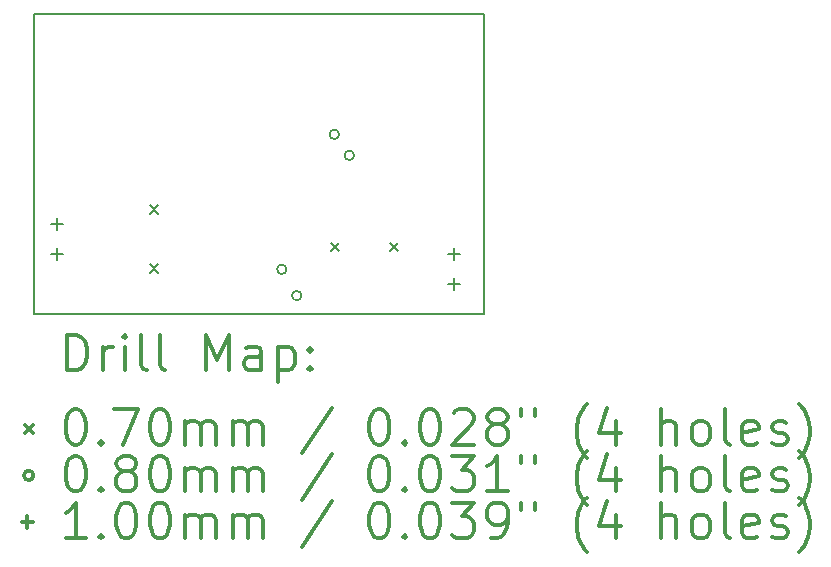
<source format=gbr>
%FSLAX45Y45*%
G04 Gerber Fmt 4.5, Leading zero omitted, Abs format (unit mm)*
G04 Created by KiCad (PCBNEW (5.0.0)) date 09/01/18 15:30:58*
%MOMM*%
%LPD*%
G01*
G04 APERTURE LIST*
%ADD10C,0.150000*%
%ADD11C,0.200000*%
%ADD12C,0.300000*%
G04 APERTURE END LIST*
D10*
X12509500Y-4508500D02*
X12509500Y-7048500D01*
X8699500Y-4508500D02*
X12509500Y-4508500D01*
X8699500Y-7048500D02*
X8699500Y-4508500D01*
X12509500Y-7048500D02*
X8699500Y-7048500D01*
D11*
X9680500Y-6124500D02*
X9750500Y-6194500D01*
X9750500Y-6124500D02*
X9680500Y-6194500D01*
X9680500Y-6624500D02*
X9750500Y-6694500D01*
X9750500Y-6624500D02*
X9680500Y-6694500D01*
X11212500Y-6442000D02*
X11282500Y-6512000D01*
X11282500Y-6442000D02*
X11212500Y-6512000D01*
X11712500Y-6442000D02*
X11782500Y-6512000D01*
X11782500Y-6442000D02*
X11712500Y-6512000D01*
X10835000Y-6667500D02*
G75*
G03X10835000Y-6667500I-40000J0D01*
G01*
X10962000Y-6889500D02*
G75*
G03X10962000Y-6889500I-40000J0D01*
G01*
X11279500Y-5524500D02*
G75*
G03X11279500Y-5524500I-40000J0D01*
G01*
X11406500Y-5702300D02*
G75*
G03X11406500Y-5702300I-40000J0D01*
G01*
X12255500Y-6490500D02*
X12255500Y-6590500D01*
X12205500Y-6540500D02*
X12305500Y-6540500D01*
X12255500Y-6744500D02*
X12255500Y-6844500D01*
X12205500Y-6794500D02*
X12305500Y-6794500D01*
X8890000Y-6236500D02*
X8890000Y-6336500D01*
X8840000Y-6286500D02*
X8940000Y-6286500D01*
X8890000Y-6490500D02*
X8890000Y-6590500D01*
X8840000Y-6540500D02*
X8940000Y-6540500D01*
D12*
X8978428Y-7521714D02*
X8978428Y-7221714D01*
X9049857Y-7221714D01*
X9092714Y-7236000D01*
X9121286Y-7264571D01*
X9135571Y-7293143D01*
X9149857Y-7350286D01*
X9149857Y-7393143D01*
X9135571Y-7450286D01*
X9121286Y-7478857D01*
X9092714Y-7507429D01*
X9049857Y-7521714D01*
X8978428Y-7521714D01*
X9278428Y-7521714D02*
X9278428Y-7321714D01*
X9278428Y-7378857D02*
X9292714Y-7350286D01*
X9307000Y-7336000D01*
X9335571Y-7321714D01*
X9364143Y-7321714D01*
X9464143Y-7521714D02*
X9464143Y-7321714D01*
X9464143Y-7221714D02*
X9449857Y-7236000D01*
X9464143Y-7250286D01*
X9478428Y-7236000D01*
X9464143Y-7221714D01*
X9464143Y-7250286D01*
X9649857Y-7521714D02*
X9621286Y-7507429D01*
X9607000Y-7478857D01*
X9607000Y-7221714D01*
X9807000Y-7521714D02*
X9778428Y-7507429D01*
X9764143Y-7478857D01*
X9764143Y-7221714D01*
X10149857Y-7521714D02*
X10149857Y-7221714D01*
X10249857Y-7436000D01*
X10349857Y-7221714D01*
X10349857Y-7521714D01*
X10621286Y-7521714D02*
X10621286Y-7364571D01*
X10607000Y-7336000D01*
X10578428Y-7321714D01*
X10521286Y-7321714D01*
X10492714Y-7336000D01*
X10621286Y-7507429D02*
X10592714Y-7521714D01*
X10521286Y-7521714D01*
X10492714Y-7507429D01*
X10478428Y-7478857D01*
X10478428Y-7450286D01*
X10492714Y-7421714D01*
X10521286Y-7407429D01*
X10592714Y-7407429D01*
X10621286Y-7393143D01*
X10764143Y-7321714D02*
X10764143Y-7621714D01*
X10764143Y-7336000D02*
X10792714Y-7321714D01*
X10849857Y-7321714D01*
X10878428Y-7336000D01*
X10892714Y-7350286D01*
X10907000Y-7378857D01*
X10907000Y-7464571D01*
X10892714Y-7493143D01*
X10878428Y-7507429D01*
X10849857Y-7521714D01*
X10792714Y-7521714D01*
X10764143Y-7507429D01*
X11035571Y-7493143D02*
X11049857Y-7507429D01*
X11035571Y-7521714D01*
X11021286Y-7507429D01*
X11035571Y-7493143D01*
X11035571Y-7521714D01*
X11035571Y-7336000D02*
X11049857Y-7350286D01*
X11035571Y-7364571D01*
X11021286Y-7350286D01*
X11035571Y-7336000D01*
X11035571Y-7364571D01*
X8622000Y-7981000D02*
X8692000Y-8051000D01*
X8692000Y-7981000D02*
X8622000Y-8051000D01*
X9035571Y-7851714D02*
X9064143Y-7851714D01*
X9092714Y-7866000D01*
X9107000Y-7880286D01*
X9121286Y-7908857D01*
X9135571Y-7966000D01*
X9135571Y-8037429D01*
X9121286Y-8094571D01*
X9107000Y-8123143D01*
X9092714Y-8137429D01*
X9064143Y-8151714D01*
X9035571Y-8151714D01*
X9007000Y-8137429D01*
X8992714Y-8123143D01*
X8978428Y-8094571D01*
X8964143Y-8037429D01*
X8964143Y-7966000D01*
X8978428Y-7908857D01*
X8992714Y-7880286D01*
X9007000Y-7866000D01*
X9035571Y-7851714D01*
X9264143Y-8123143D02*
X9278428Y-8137429D01*
X9264143Y-8151714D01*
X9249857Y-8137429D01*
X9264143Y-8123143D01*
X9264143Y-8151714D01*
X9378428Y-7851714D02*
X9578428Y-7851714D01*
X9449857Y-8151714D01*
X9749857Y-7851714D02*
X9778428Y-7851714D01*
X9807000Y-7866000D01*
X9821286Y-7880286D01*
X9835571Y-7908857D01*
X9849857Y-7966000D01*
X9849857Y-8037429D01*
X9835571Y-8094571D01*
X9821286Y-8123143D01*
X9807000Y-8137429D01*
X9778428Y-8151714D01*
X9749857Y-8151714D01*
X9721286Y-8137429D01*
X9707000Y-8123143D01*
X9692714Y-8094571D01*
X9678428Y-8037429D01*
X9678428Y-7966000D01*
X9692714Y-7908857D01*
X9707000Y-7880286D01*
X9721286Y-7866000D01*
X9749857Y-7851714D01*
X9978428Y-8151714D02*
X9978428Y-7951714D01*
X9978428Y-7980286D02*
X9992714Y-7966000D01*
X10021286Y-7951714D01*
X10064143Y-7951714D01*
X10092714Y-7966000D01*
X10107000Y-7994571D01*
X10107000Y-8151714D01*
X10107000Y-7994571D02*
X10121286Y-7966000D01*
X10149857Y-7951714D01*
X10192714Y-7951714D01*
X10221286Y-7966000D01*
X10235571Y-7994571D01*
X10235571Y-8151714D01*
X10378428Y-8151714D02*
X10378428Y-7951714D01*
X10378428Y-7980286D02*
X10392714Y-7966000D01*
X10421286Y-7951714D01*
X10464143Y-7951714D01*
X10492714Y-7966000D01*
X10507000Y-7994571D01*
X10507000Y-8151714D01*
X10507000Y-7994571D02*
X10521286Y-7966000D01*
X10549857Y-7951714D01*
X10592714Y-7951714D01*
X10621286Y-7966000D01*
X10635571Y-7994571D01*
X10635571Y-8151714D01*
X11221286Y-7837429D02*
X10964143Y-8223143D01*
X11607000Y-7851714D02*
X11635571Y-7851714D01*
X11664143Y-7866000D01*
X11678428Y-7880286D01*
X11692714Y-7908857D01*
X11707000Y-7966000D01*
X11707000Y-8037429D01*
X11692714Y-8094571D01*
X11678428Y-8123143D01*
X11664143Y-8137429D01*
X11635571Y-8151714D01*
X11607000Y-8151714D01*
X11578428Y-8137429D01*
X11564143Y-8123143D01*
X11549857Y-8094571D01*
X11535571Y-8037429D01*
X11535571Y-7966000D01*
X11549857Y-7908857D01*
X11564143Y-7880286D01*
X11578428Y-7866000D01*
X11607000Y-7851714D01*
X11835571Y-8123143D02*
X11849857Y-8137429D01*
X11835571Y-8151714D01*
X11821286Y-8137429D01*
X11835571Y-8123143D01*
X11835571Y-8151714D01*
X12035571Y-7851714D02*
X12064143Y-7851714D01*
X12092714Y-7866000D01*
X12107000Y-7880286D01*
X12121286Y-7908857D01*
X12135571Y-7966000D01*
X12135571Y-8037429D01*
X12121286Y-8094571D01*
X12107000Y-8123143D01*
X12092714Y-8137429D01*
X12064143Y-8151714D01*
X12035571Y-8151714D01*
X12007000Y-8137429D01*
X11992714Y-8123143D01*
X11978428Y-8094571D01*
X11964143Y-8037429D01*
X11964143Y-7966000D01*
X11978428Y-7908857D01*
X11992714Y-7880286D01*
X12007000Y-7866000D01*
X12035571Y-7851714D01*
X12249857Y-7880286D02*
X12264143Y-7866000D01*
X12292714Y-7851714D01*
X12364143Y-7851714D01*
X12392714Y-7866000D01*
X12407000Y-7880286D01*
X12421286Y-7908857D01*
X12421286Y-7937429D01*
X12407000Y-7980286D01*
X12235571Y-8151714D01*
X12421286Y-8151714D01*
X12592714Y-7980286D02*
X12564143Y-7966000D01*
X12549857Y-7951714D01*
X12535571Y-7923143D01*
X12535571Y-7908857D01*
X12549857Y-7880286D01*
X12564143Y-7866000D01*
X12592714Y-7851714D01*
X12649857Y-7851714D01*
X12678428Y-7866000D01*
X12692714Y-7880286D01*
X12707000Y-7908857D01*
X12707000Y-7923143D01*
X12692714Y-7951714D01*
X12678428Y-7966000D01*
X12649857Y-7980286D01*
X12592714Y-7980286D01*
X12564143Y-7994571D01*
X12549857Y-8008857D01*
X12535571Y-8037429D01*
X12535571Y-8094571D01*
X12549857Y-8123143D01*
X12564143Y-8137429D01*
X12592714Y-8151714D01*
X12649857Y-8151714D01*
X12678428Y-8137429D01*
X12692714Y-8123143D01*
X12707000Y-8094571D01*
X12707000Y-8037429D01*
X12692714Y-8008857D01*
X12678428Y-7994571D01*
X12649857Y-7980286D01*
X12821286Y-7851714D02*
X12821286Y-7908857D01*
X12935571Y-7851714D02*
X12935571Y-7908857D01*
X13378428Y-8266000D02*
X13364143Y-8251714D01*
X13335571Y-8208857D01*
X13321286Y-8180286D01*
X13307000Y-8137429D01*
X13292714Y-8066000D01*
X13292714Y-8008857D01*
X13307000Y-7937429D01*
X13321286Y-7894571D01*
X13335571Y-7866000D01*
X13364143Y-7823143D01*
X13378428Y-7808857D01*
X13621286Y-7951714D02*
X13621286Y-8151714D01*
X13549857Y-7837429D02*
X13478428Y-8051714D01*
X13664143Y-8051714D01*
X14007000Y-8151714D02*
X14007000Y-7851714D01*
X14135571Y-8151714D02*
X14135571Y-7994571D01*
X14121286Y-7966000D01*
X14092714Y-7951714D01*
X14049857Y-7951714D01*
X14021286Y-7966000D01*
X14007000Y-7980286D01*
X14321286Y-8151714D02*
X14292714Y-8137429D01*
X14278428Y-8123143D01*
X14264143Y-8094571D01*
X14264143Y-8008857D01*
X14278428Y-7980286D01*
X14292714Y-7966000D01*
X14321286Y-7951714D01*
X14364143Y-7951714D01*
X14392714Y-7966000D01*
X14407000Y-7980286D01*
X14421286Y-8008857D01*
X14421286Y-8094571D01*
X14407000Y-8123143D01*
X14392714Y-8137429D01*
X14364143Y-8151714D01*
X14321286Y-8151714D01*
X14592714Y-8151714D02*
X14564143Y-8137429D01*
X14549857Y-8108857D01*
X14549857Y-7851714D01*
X14821286Y-8137429D02*
X14792714Y-8151714D01*
X14735571Y-8151714D01*
X14707000Y-8137429D01*
X14692714Y-8108857D01*
X14692714Y-7994571D01*
X14707000Y-7966000D01*
X14735571Y-7951714D01*
X14792714Y-7951714D01*
X14821286Y-7966000D01*
X14835571Y-7994571D01*
X14835571Y-8023143D01*
X14692714Y-8051714D01*
X14949857Y-8137429D02*
X14978428Y-8151714D01*
X15035571Y-8151714D01*
X15064143Y-8137429D01*
X15078428Y-8108857D01*
X15078428Y-8094571D01*
X15064143Y-8066000D01*
X15035571Y-8051714D01*
X14992714Y-8051714D01*
X14964143Y-8037429D01*
X14949857Y-8008857D01*
X14949857Y-7994571D01*
X14964143Y-7966000D01*
X14992714Y-7951714D01*
X15035571Y-7951714D01*
X15064143Y-7966000D01*
X15178428Y-8266000D02*
X15192714Y-8251714D01*
X15221286Y-8208857D01*
X15235571Y-8180286D01*
X15249857Y-8137429D01*
X15264143Y-8066000D01*
X15264143Y-8008857D01*
X15249857Y-7937429D01*
X15235571Y-7894571D01*
X15221286Y-7866000D01*
X15192714Y-7823143D01*
X15178428Y-7808857D01*
X8692000Y-8412000D02*
G75*
G03X8692000Y-8412000I-40000J0D01*
G01*
X9035571Y-8247714D02*
X9064143Y-8247714D01*
X9092714Y-8262000D01*
X9107000Y-8276286D01*
X9121286Y-8304857D01*
X9135571Y-8362000D01*
X9135571Y-8433429D01*
X9121286Y-8490572D01*
X9107000Y-8519143D01*
X9092714Y-8533429D01*
X9064143Y-8547714D01*
X9035571Y-8547714D01*
X9007000Y-8533429D01*
X8992714Y-8519143D01*
X8978428Y-8490572D01*
X8964143Y-8433429D01*
X8964143Y-8362000D01*
X8978428Y-8304857D01*
X8992714Y-8276286D01*
X9007000Y-8262000D01*
X9035571Y-8247714D01*
X9264143Y-8519143D02*
X9278428Y-8533429D01*
X9264143Y-8547714D01*
X9249857Y-8533429D01*
X9264143Y-8519143D01*
X9264143Y-8547714D01*
X9449857Y-8376286D02*
X9421286Y-8362000D01*
X9407000Y-8347714D01*
X9392714Y-8319143D01*
X9392714Y-8304857D01*
X9407000Y-8276286D01*
X9421286Y-8262000D01*
X9449857Y-8247714D01*
X9507000Y-8247714D01*
X9535571Y-8262000D01*
X9549857Y-8276286D01*
X9564143Y-8304857D01*
X9564143Y-8319143D01*
X9549857Y-8347714D01*
X9535571Y-8362000D01*
X9507000Y-8376286D01*
X9449857Y-8376286D01*
X9421286Y-8390572D01*
X9407000Y-8404857D01*
X9392714Y-8433429D01*
X9392714Y-8490572D01*
X9407000Y-8519143D01*
X9421286Y-8533429D01*
X9449857Y-8547714D01*
X9507000Y-8547714D01*
X9535571Y-8533429D01*
X9549857Y-8519143D01*
X9564143Y-8490572D01*
X9564143Y-8433429D01*
X9549857Y-8404857D01*
X9535571Y-8390572D01*
X9507000Y-8376286D01*
X9749857Y-8247714D02*
X9778428Y-8247714D01*
X9807000Y-8262000D01*
X9821286Y-8276286D01*
X9835571Y-8304857D01*
X9849857Y-8362000D01*
X9849857Y-8433429D01*
X9835571Y-8490572D01*
X9821286Y-8519143D01*
X9807000Y-8533429D01*
X9778428Y-8547714D01*
X9749857Y-8547714D01*
X9721286Y-8533429D01*
X9707000Y-8519143D01*
X9692714Y-8490572D01*
X9678428Y-8433429D01*
X9678428Y-8362000D01*
X9692714Y-8304857D01*
X9707000Y-8276286D01*
X9721286Y-8262000D01*
X9749857Y-8247714D01*
X9978428Y-8547714D02*
X9978428Y-8347714D01*
X9978428Y-8376286D02*
X9992714Y-8362000D01*
X10021286Y-8347714D01*
X10064143Y-8347714D01*
X10092714Y-8362000D01*
X10107000Y-8390572D01*
X10107000Y-8547714D01*
X10107000Y-8390572D02*
X10121286Y-8362000D01*
X10149857Y-8347714D01*
X10192714Y-8347714D01*
X10221286Y-8362000D01*
X10235571Y-8390572D01*
X10235571Y-8547714D01*
X10378428Y-8547714D02*
X10378428Y-8347714D01*
X10378428Y-8376286D02*
X10392714Y-8362000D01*
X10421286Y-8347714D01*
X10464143Y-8347714D01*
X10492714Y-8362000D01*
X10507000Y-8390572D01*
X10507000Y-8547714D01*
X10507000Y-8390572D02*
X10521286Y-8362000D01*
X10549857Y-8347714D01*
X10592714Y-8347714D01*
X10621286Y-8362000D01*
X10635571Y-8390572D01*
X10635571Y-8547714D01*
X11221286Y-8233429D02*
X10964143Y-8619143D01*
X11607000Y-8247714D02*
X11635571Y-8247714D01*
X11664143Y-8262000D01*
X11678428Y-8276286D01*
X11692714Y-8304857D01*
X11707000Y-8362000D01*
X11707000Y-8433429D01*
X11692714Y-8490572D01*
X11678428Y-8519143D01*
X11664143Y-8533429D01*
X11635571Y-8547714D01*
X11607000Y-8547714D01*
X11578428Y-8533429D01*
X11564143Y-8519143D01*
X11549857Y-8490572D01*
X11535571Y-8433429D01*
X11535571Y-8362000D01*
X11549857Y-8304857D01*
X11564143Y-8276286D01*
X11578428Y-8262000D01*
X11607000Y-8247714D01*
X11835571Y-8519143D02*
X11849857Y-8533429D01*
X11835571Y-8547714D01*
X11821286Y-8533429D01*
X11835571Y-8519143D01*
X11835571Y-8547714D01*
X12035571Y-8247714D02*
X12064143Y-8247714D01*
X12092714Y-8262000D01*
X12107000Y-8276286D01*
X12121286Y-8304857D01*
X12135571Y-8362000D01*
X12135571Y-8433429D01*
X12121286Y-8490572D01*
X12107000Y-8519143D01*
X12092714Y-8533429D01*
X12064143Y-8547714D01*
X12035571Y-8547714D01*
X12007000Y-8533429D01*
X11992714Y-8519143D01*
X11978428Y-8490572D01*
X11964143Y-8433429D01*
X11964143Y-8362000D01*
X11978428Y-8304857D01*
X11992714Y-8276286D01*
X12007000Y-8262000D01*
X12035571Y-8247714D01*
X12235571Y-8247714D02*
X12421286Y-8247714D01*
X12321286Y-8362000D01*
X12364143Y-8362000D01*
X12392714Y-8376286D01*
X12407000Y-8390572D01*
X12421286Y-8419143D01*
X12421286Y-8490572D01*
X12407000Y-8519143D01*
X12392714Y-8533429D01*
X12364143Y-8547714D01*
X12278428Y-8547714D01*
X12249857Y-8533429D01*
X12235571Y-8519143D01*
X12707000Y-8547714D02*
X12535571Y-8547714D01*
X12621286Y-8547714D02*
X12621286Y-8247714D01*
X12592714Y-8290571D01*
X12564143Y-8319143D01*
X12535571Y-8333429D01*
X12821286Y-8247714D02*
X12821286Y-8304857D01*
X12935571Y-8247714D02*
X12935571Y-8304857D01*
X13378428Y-8662000D02*
X13364143Y-8647714D01*
X13335571Y-8604857D01*
X13321286Y-8576286D01*
X13307000Y-8533429D01*
X13292714Y-8462000D01*
X13292714Y-8404857D01*
X13307000Y-8333429D01*
X13321286Y-8290571D01*
X13335571Y-8262000D01*
X13364143Y-8219143D01*
X13378428Y-8204857D01*
X13621286Y-8347714D02*
X13621286Y-8547714D01*
X13549857Y-8233429D02*
X13478428Y-8447714D01*
X13664143Y-8447714D01*
X14007000Y-8547714D02*
X14007000Y-8247714D01*
X14135571Y-8547714D02*
X14135571Y-8390572D01*
X14121286Y-8362000D01*
X14092714Y-8347714D01*
X14049857Y-8347714D01*
X14021286Y-8362000D01*
X14007000Y-8376286D01*
X14321286Y-8547714D02*
X14292714Y-8533429D01*
X14278428Y-8519143D01*
X14264143Y-8490572D01*
X14264143Y-8404857D01*
X14278428Y-8376286D01*
X14292714Y-8362000D01*
X14321286Y-8347714D01*
X14364143Y-8347714D01*
X14392714Y-8362000D01*
X14407000Y-8376286D01*
X14421286Y-8404857D01*
X14421286Y-8490572D01*
X14407000Y-8519143D01*
X14392714Y-8533429D01*
X14364143Y-8547714D01*
X14321286Y-8547714D01*
X14592714Y-8547714D02*
X14564143Y-8533429D01*
X14549857Y-8504857D01*
X14549857Y-8247714D01*
X14821286Y-8533429D02*
X14792714Y-8547714D01*
X14735571Y-8547714D01*
X14707000Y-8533429D01*
X14692714Y-8504857D01*
X14692714Y-8390572D01*
X14707000Y-8362000D01*
X14735571Y-8347714D01*
X14792714Y-8347714D01*
X14821286Y-8362000D01*
X14835571Y-8390572D01*
X14835571Y-8419143D01*
X14692714Y-8447714D01*
X14949857Y-8533429D02*
X14978428Y-8547714D01*
X15035571Y-8547714D01*
X15064143Y-8533429D01*
X15078428Y-8504857D01*
X15078428Y-8490572D01*
X15064143Y-8462000D01*
X15035571Y-8447714D01*
X14992714Y-8447714D01*
X14964143Y-8433429D01*
X14949857Y-8404857D01*
X14949857Y-8390572D01*
X14964143Y-8362000D01*
X14992714Y-8347714D01*
X15035571Y-8347714D01*
X15064143Y-8362000D01*
X15178428Y-8662000D02*
X15192714Y-8647714D01*
X15221286Y-8604857D01*
X15235571Y-8576286D01*
X15249857Y-8533429D01*
X15264143Y-8462000D01*
X15264143Y-8404857D01*
X15249857Y-8333429D01*
X15235571Y-8290571D01*
X15221286Y-8262000D01*
X15192714Y-8219143D01*
X15178428Y-8204857D01*
X8642000Y-8758000D02*
X8642000Y-8858000D01*
X8592000Y-8808000D02*
X8692000Y-8808000D01*
X9135571Y-8943714D02*
X8964143Y-8943714D01*
X9049857Y-8943714D02*
X9049857Y-8643714D01*
X9021286Y-8686572D01*
X8992714Y-8715143D01*
X8964143Y-8729429D01*
X9264143Y-8915143D02*
X9278428Y-8929429D01*
X9264143Y-8943714D01*
X9249857Y-8929429D01*
X9264143Y-8915143D01*
X9264143Y-8943714D01*
X9464143Y-8643714D02*
X9492714Y-8643714D01*
X9521286Y-8658000D01*
X9535571Y-8672286D01*
X9549857Y-8700857D01*
X9564143Y-8758000D01*
X9564143Y-8829429D01*
X9549857Y-8886572D01*
X9535571Y-8915143D01*
X9521286Y-8929429D01*
X9492714Y-8943714D01*
X9464143Y-8943714D01*
X9435571Y-8929429D01*
X9421286Y-8915143D01*
X9407000Y-8886572D01*
X9392714Y-8829429D01*
X9392714Y-8758000D01*
X9407000Y-8700857D01*
X9421286Y-8672286D01*
X9435571Y-8658000D01*
X9464143Y-8643714D01*
X9749857Y-8643714D02*
X9778428Y-8643714D01*
X9807000Y-8658000D01*
X9821286Y-8672286D01*
X9835571Y-8700857D01*
X9849857Y-8758000D01*
X9849857Y-8829429D01*
X9835571Y-8886572D01*
X9821286Y-8915143D01*
X9807000Y-8929429D01*
X9778428Y-8943714D01*
X9749857Y-8943714D01*
X9721286Y-8929429D01*
X9707000Y-8915143D01*
X9692714Y-8886572D01*
X9678428Y-8829429D01*
X9678428Y-8758000D01*
X9692714Y-8700857D01*
X9707000Y-8672286D01*
X9721286Y-8658000D01*
X9749857Y-8643714D01*
X9978428Y-8943714D02*
X9978428Y-8743714D01*
X9978428Y-8772286D02*
X9992714Y-8758000D01*
X10021286Y-8743714D01*
X10064143Y-8743714D01*
X10092714Y-8758000D01*
X10107000Y-8786572D01*
X10107000Y-8943714D01*
X10107000Y-8786572D02*
X10121286Y-8758000D01*
X10149857Y-8743714D01*
X10192714Y-8743714D01*
X10221286Y-8758000D01*
X10235571Y-8786572D01*
X10235571Y-8943714D01*
X10378428Y-8943714D02*
X10378428Y-8743714D01*
X10378428Y-8772286D02*
X10392714Y-8758000D01*
X10421286Y-8743714D01*
X10464143Y-8743714D01*
X10492714Y-8758000D01*
X10507000Y-8786572D01*
X10507000Y-8943714D01*
X10507000Y-8786572D02*
X10521286Y-8758000D01*
X10549857Y-8743714D01*
X10592714Y-8743714D01*
X10621286Y-8758000D01*
X10635571Y-8786572D01*
X10635571Y-8943714D01*
X11221286Y-8629429D02*
X10964143Y-9015143D01*
X11607000Y-8643714D02*
X11635571Y-8643714D01*
X11664143Y-8658000D01*
X11678428Y-8672286D01*
X11692714Y-8700857D01*
X11707000Y-8758000D01*
X11707000Y-8829429D01*
X11692714Y-8886572D01*
X11678428Y-8915143D01*
X11664143Y-8929429D01*
X11635571Y-8943714D01*
X11607000Y-8943714D01*
X11578428Y-8929429D01*
X11564143Y-8915143D01*
X11549857Y-8886572D01*
X11535571Y-8829429D01*
X11535571Y-8758000D01*
X11549857Y-8700857D01*
X11564143Y-8672286D01*
X11578428Y-8658000D01*
X11607000Y-8643714D01*
X11835571Y-8915143D02*
X11849857Y-8929429D01*
X11835571Y-8943714D01*
X11821286Y-8929429D01*
X11835571Y-8915143D01*
X11835571Y-8943714D01*
X12035571Y-8643714D02*
X12064143Y-8643714D01*
X12092714Y-8658000D01*
X12107000Y-8672286D01*
X12121286Y-8700857D01*
X12135571Y-8758000D01*
X12135571Y-8829429D01*
X12121286Y-8886572D01*
X12107000Y-8915143D01*
X12092714Y-8929429D01*
X12064143Y-8943714D01*
X12035571Y-8943714D01*
X12007000Y-8929429D01*
X11992714Y-8915143D01*
X11978428Y-8886572D01*
X11964143Y-8829429D01*
X11964143Y-8758000D01*
X11978428Y-8700857D01*
X11992714Y-8672286D01*
X12007000Y-8658000D01*
X12035571Y-8643714D01*
X12235571Y-8643714D02*
X12421286Y-8643714D01*
X12321286Y-8758000D01*
X12364143Y-8758000D01*
X12392714Y-8772286D01*
X12407000Y-8786572D01*
X12421286Y-8815143D01*
X12421286Y-8886572D01*
X12407000Y-8915143D01*
X12392714Y-8929429D01*
X12364143Y-8943714D01*
X12278428Y-8943714D01*
X12249857Y-8929429D01*
X12235571Y-8915143D01*
X12564143Y-8943714D02*
X12621286Y-8943714D01*
X12649857Y-8929429D01*
X12664143Y-8915143D01*
X12692714Y-8872286D01*
X12707000Y-8815143D01*
X12707000Y-8700857D01*
X12692714Y-8672286D01*
X12678428Y-8658000D01*
X12649857Y-8643714D01*
X12592714Y-8643714D01*
X12564143Y-8658000D01*
X12549857Y-8672286D01*
X12535571Y-8700857D01*
X12535571Y-8772286D01*
X12549857Y-8800857D01*
X12564143Y-8815143D01*
X12592714Y-8829429D01*
X12649857Y-8829429D01*
X12678428Y-8815143D01*
X12692714Y-8800857D01*
X12707000Y-8772286D01*
X12821286Y-8643714D02*
X12821286Y-8700857D01*
X12935571Y-8643714D02*
X12935571Y-8700857D01*
X13378428Y-9058000D02*
X13364143Y-9043714D01*
X13335571Y-9000857D01*
X13321286Y-8972286D01*
X13307000Y-8929429D01*
X13292714Y-8858000D01*
X13292714Y-8800857D01*
X13307000Y-8729429D01*
X13321286Y-8686572D01*
X13335571Y-8658000D01*
X13364143Y-8615143D01*
X13378428Y-8600857D01*
X13621286Y-8743714D02*
X13621286Y-8943714D01*
X13549857Y-8629429D02*
X13478428Y-8843714D01*
X13664143Y-8843714D01*
X14007000Y-8943714D02*
X14007000Y-8643714D01*
X14135571Y-8943714D02*
X14135571Y-8786572D01*
X14121286Y-8758000D01*
X14092714Y-8743714D01*
X14049857Y-8743714D01*
X14021286Y-8758000D01*
X14007000Y-8772286D01*
X14321286Y-8943714D02*
X14292714Y-8929429D01*
X14278428Y-8915143D01*
X14264143Y-8886572D01*
X14264143Y-8800857D01*
X14278428Y-8772286D01*
X14292714Y-8758000D01*
X14321286Y-8743714D01*
X14364143Y-8743714D01*
X14392714Y-8758000D01*
X14407000Y-8772286D01*
X14421286Y-8800857D01*
X14421286Y-8886572D01*
X14407000Y-8915143D01*
X14392714Y-8929429D01*
X14364143Y-8943714D01*
X14321286Y-8943714D01*
X14592714Y-8943714D02*
X14564143Y-8929429D01*
X14549857Y-8900857D01*
X14549857Y-8643714D01*
X14821286Y-8929429D02*
X14792714Y-8943714D01*
X14735571Y-8943714D01*
X14707000Y-8929429D01*
X14692714Y-8900857D01*
X14692714Y-8786572D01*
X14707000Y-8758000D01*
X14735571Y-8743714D01*
X14792714Y-8743714D01*
X14821286Y-8758000D01*
X14835571Y-8786572D01*
X14835571Y-8815143D01*
X14692714Y-8843714D01*
X14949857Y-8929429D02*
X14978428Y-8943714D01*
X15035571Y-8943714D01*
X15064143Y-8929429D01*
X15078428Y-8900857D01*
X15078428Y-8886572D01*
X15064143Y-8858000D01*
X15035571Y-8843714D01*
X14992714Y-8843714D01*
X14964143Y-8829429D01*
X14949857Y-8800857D01*
X14949857Y-8786572D01*
X14964143Y-8758000D01*
X14992714Y-8743714D01*
X15035571Y-8743714D01*
X15064143Y-8758000D01*
X15178428Y-9058000D02*
X15192714Y-9043714D01*
X15221286Y-9000857D01*
X15235571Y-8972286D01*
X15249857Y-8929429D01*
X15264143Y-8858000D01*
X15264143Y-8800857D01*
X15249857Y-8729429D01*
X15235571Y-8686572D01*
X15221286Y-8658000D01*
X15192714Y-8615143D01*
X15178428Y-8600857D01*
M02*

</source>
